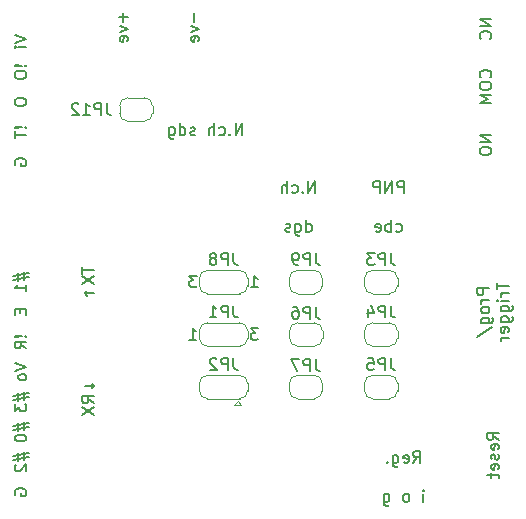
<source format=gbo>
G04 #@! TF.GenerationSoftware,KiCad,Pcbnew,(5.1.6-0-10_14)*
G04 #@! TF.CreationDate,2021-04-24T23:59:31+01:00*
G04 #@! TF.ProjectId,WiFive55,57694669-7665-4353-952e-6b696361645f,0.13*
G04 #@! TF.SameCoordinates,Original*
G04 #@! TF.FileFunction,Legend,Bot*
G04 #@! TF.FilePolarity,Positive*
%FSLAX46Y46*%
G04 Gerber Fmt 4.6, Leading zero omitted, Abs format (unit mm)*
G04 Created by KiCad (PCBNEW (5.1.6-0-10_14)) date 2021-04-24 23:59:31*
%MOMM*%
%LPD*%
G01*
G04 APERTURE LIST*
%ADD10C,0.150000*%
%ADD11C,0.120000*%
G04 APERTURE END LIST*
D10*
X120334018Y-63764420D02*
X120334018Y-62764420D01*
X119762589Y-63764420D01*
X119762589Y-62764420D01*
X119286399Y-63669182D02*
X119238780Y-63716801D01*
X119286399Y-63764420D01*
X119334018Y-63716801D01*
X119286399Y-63669182D01*
X119286399Y-63764420D01*
X118381637Y-63716801D02*
X118476875Y-63764420D01*
X118667351Y-63764420D01*
X118762589Y-63716801D01*
X118810208Y-63669182D01*
X118857827Y-63573944D01*
X118857827Y-63288230D01*
X118810208Y-63192992D01*
X118762589Y-63145373D01*
X118667351Y-63097754D01*
X118476875Y-63097754D01*
X118381637Y-63145373D01*
X117953065Y-63764420D02*
X117953065Y-62764420D01*
X117524494Y-63764420D02*
X117524494Y-63240611D01*
X117572113Y-63145373D01*
X117667351Y-63097754D01*
X117810208Y-63097754D01*
X117905446Y-63145373D01*
X117953065Y-63192992D01*
X116334018Y-63716801D02*
X116238780Y-63764420D01*
X116048303Y-63764420D01*
X115953065Y-63716801D01*
X115905446Y-63621563D01*
X115905446Y-63573944D01*
X115953065Y-63478706D01*
X116048303Y-63431087D01*
X116191160Y-63431087D01*
X116286399Y-63383468D01*
X116334018Y-63288230D01*
X116334018Y-63240611D01*
X116286399Y-63145373D01*
X116191160Y-63097754D01*
X116048303Y-63097754D01*
X115953065Y-63145373D01*
X115048303Y-63764420D02*
X115048303Y-62764420D01*
X115048303Y-63716801D02*
X115143541Y-63764420D01*
X115334018Y-63764420D01*
X115429256Y-63716801D01*
X115476875Y-63669182D01*
X115524494Y-63573944D01*
X115524494Y-63288230D01*
X115476875Y-63192992D01*
X115429256Y-63145373D01*
X115334018Y-63097754D01*
X115143541Y-63097754D01*
X115048303Y-63145373D01*
X114143541Y-63097754D02*
X114143541Y-63907278D01*
X114191160Y-64002516D01*
X114238780Y-64050135D01*
X114334018Y-64097754D01*
X114476875Y-64097754D01*
X114572113Y-64050135D01*
X114143541Y-63716801D02*
X114238780Y-63764420D01*
X114429256Y-63764420D01*
X114524494Y-63716801D01*
X114572113Y-63669182D01*
X114619732Y-63573944D01*
X114619732Y-63288230D01*
X114572113Y-63192992D01*
X114524494Y-63145373D01*
X114429256Y-63097754D01*
X114238780Y-63097754D01*
X114143541Y-63145373D01*
X134794523Y-91512380D02*
X135127857Y-91036190D01*
X135365952Y-91512380D02*
X135365952Y-90512380D01*
X134985000Y-90512380D01*
X134889761Y-90560000D01*
X134842142Y-90607619D01*
X134794523Y-90702857D01*
X134794523Y-90845714D01*
X134842142Y-90940952D01*
X134889761Y-90988571D01*
X134985000Y-91036190D01*
X135365952Y-91036190D01*
X133985000Y-91464761D02*
X134080238Y-91512380D01*
X134270714Y-91512380D01*
X134365952Y-91464761D01*
X134413571Y-91369523D01*
X134413571Y-90988571D01*
X134365952Y-90893333D01*
X134270714Y-90845714D01*
X134080238Y-90845714D01*
X133985000Y-90893333D01*
X133937380Y-90988571D01*
X133937380Y-91083809D01*
X134413571Y-91179047D01*
X133080238Y-90845714D02*
X133080238Y-91655238D01*
X133127857Y-91750476D01*
X133175476Y-91798095D01*
X133270714Y-91845714D01*
X133413571Y-91845714D01*
X133508809Y-91798095D01*
X133080238Y-91464761D02*
X133175476Y-91512380D01*
X133365952Y-91512380D01*
X133461190Y-91464761D01*
X133508809Y-91417142D01*
X133556428Y-91321904D01*
X133556428Y-91036190D01*
X133508809Y-90940952D01*
X133461190Y-90893333D01*
X133365952Y-90845714D01*
X133175476Y-90845714D01*
X133080238Y-90893333D01*
X132604047Y-91417142D02*
X132556428Y-91464761D01*
X132604047Y-91512380D01*
X132651666Y-91464761D01*
X132604047Y-91417142D01*
X132604047Y-91512380D01*
X135651666Y-94812380D02*
X135651666Y-94145714D01*
X135651666Y-93812380D02*
X135699285Y-93860000D01*
X135651666Y-93907619D01*
X135604047Y-93860000D01*
X135651666Y-93812380D01*
X135651666Y-93907619D01*
X134270714Y-94812380D02*
X134365952Y-94764761D01*
X134413571Y-94717142D01*
X134461190Y-94621904D01*
X134461190Y-94336190D01*
X134413571Y-94240952D01*
X134365952Y-94193333D01*
X134270714Y-94145714D01*
X134127857Y-94145714D01*
X134032619Y-94193333D01*
X133985000Y-94240952D01*
X133937380Y-94336190D01*
X133937380Y-94621904D01*
X133985000Y-94717142D01*
X134032619Y-94764761D01*
X134127857Y-94812380D01*
X134270714Y-94812380D01*
X132318333Y-94145714D02*
X132318333Y-94955238D01*
X132365952Y-95050476D01*
X132413571Y-95098095D01*
X132508809Y-95145714D01*
X132651666Y-95145714D01*
X132746904Y-95098095D01*
X132318333Y-94764761D02*
X132413571Y-94812380D01*
X132604047Y-94812380D01*
X132699285Y-94764761D01*
X132746904Y-94717142D01*
X132794523Y-94621904D01*
X132794523Y-94336190D01*
X132746904Y-94240952D01*
X132699285Y-94193333D01*
X132604047Y-94145714D01*
X132413571Y-94145714D01*
X132318333Y-94193333D01*
X116276428Y-53419523D02*
X116276428Y-54181428D01*
X115990714Y-54562380D02*
X116657380Y-54800476D01*
X115990714Y-55038571D01*
X116609761Y-55800476D02*
X116657380Y-55705238D01*
X116657380Y-55514761D01*
X116609761Y-55419523D01*
X116514523Y-55371904D01*
X116133571Y-55371904D01*
X116038333Y-55419523D01*
X115990714Y-55514761D01*
X115990714Y-55705238D01*
X116038333Y-55800476D01*
X116133571Y-55848095D01*
X116228809Y-55848095D01*
X116324047Y-55371904D01*
X110261428Y-53419523D02*
X110261428Y-54181428D01*
X110642380Y-53800476D02*
X109880476Y-53800476D01*
X109975714Y-54562380D02*
X110642380Y-54800476D01*
X109975714Y-55038571D01*
X110594761Y-55800476D02*
X110642380Y-55705238D01*
X110642380Y-55514761D01*
X110594761Y-55419523D01*
X110499523Y-55371904D01*
X110118571Y-55371904D01*
X110023333Y-55419523D01*
X109975714Y-55514761D01*
X109975714Y-55705238D01*
X110023333Y-55800476D01*
X110118571Y-55848095D01*
X110213809Y-55848095D01*
X110309047Y-55371904D01*
X126499761Y-68652380D02*
X126499761Y-67652380D01*
X125928333Y-68652380D01*
X125928333Y-67652380D01*
X125452142Y-68557142D02*
X125404523Y-68604761D01*
X125452142Y-68652380D01*
X125499761Y-68604761D01*
X125452142Y-68557142D01*
X125452142Y-68652380D01*
X124547380Y-68604761D02*
X124642619Y-68652380D01*
X124833095Y-68652380D01*
X124928333Y-68604761D01*
X124975952Y-68557142D01*
X125023571Y-68461904D01*
X125023571Y-68176190D01*
X124975952Y-68080952D01*
X124928333Y-68033333D01*
X124833095Y-67985714D01*
X124642619Y-67985714D01*
X124547380Y-68033333D01*
X124118809Y-68652380D02*
X124118809Y-67652380D01*
X123690238Y-68652380D02*
X123690238Y-68128571D01*
X123737857Y-68033333D01*
X123833095Y-67985714D01*
X123975952Y-67985714D01*
X124071190Y-68033333D01*
X124118809Y-68080952D01*
X125737857Y-71952380D02*
X125737857Y-70952380D01*
X125737857Y-71904761D02*
X125833095Y-71952380D01*
X126023571Y-71952380D01*
X126118809Y-71904761D01*
X126166428Y-71857142D01*
X126214047Y-71761904D01*
X126214047Y-71476190D01*
X126166428Y-71380952D01*
X126118809Y-71333333D01*
X126023571Y-71285714D01*
X125833095Y-71285714D01*
X125737857Y-71333333D01*
X124833095Y-71285714D02*
X124833095Y-72095238D01*
X124880714Y-72190476D01*
X124928333Y-72238095D01*
X125023571Y-72285714D01*
X125166428Y-72285714D01*
X125261666Y-72238095D01*
X124833095Y-71904761D02*
X124928333Y-71952380D01*
X125118809Y-71952380D01*
X125214047Y-71904761D01*
X125261666Y-71857142D01*
X125309285Y-71761904D01*
X125309285Y-71476190D01*
X125261666Y-71380952D01*
X125214047Y-71333333D01*
X125118809Y-71285714D01*
X124928333Y-71285714D01*
X124833095Y-71333333D01*
X124404523Y-71904761D02*
X124309285Y-71952380D01*
X124118809Y-71952380D01*
X124023571Y-71904761D01*
X123975952Y-71809523D01*
X123975952Y-71761904D01*
X124023571Y-71666666D01*
X124118809Y-71619047D01*
X124261666Y-71619047D01*
X124356904Y-71571428D01*
X124404523Y-71476190D01*
X124404523Y-71428571D01*
X124356904Y-71333333D01*
X124261666Y-71285714D01*
X124118809Y-71285714D01*
X124023571Y-71333333D01*
X134000714Y-68652380D02*
X134000714Y-67652380D01*
X133619761Y-67652380D01*
X133524523Y-67700000D01*
X133476904Y-67747619D01*
X133429285Y-67842857D01*
X133429285Y-67985714D01*
X133476904Y-68080952D01*
X133524523Y-68128571D01*
X133619761Y-68176190D01*
X134000714Y-68176190D01*
X133000714Y-68652380D02*
X133000714Y-67652380D01*
X132429285Y-68652380D01*
X132429285Y-67652380D01*
X131953095Y-68652380D02*
X131953095Y-67652380D01*
X131572142Y-67652380D01*
X131476904Y-67700000D01*
X131429285Y-67747619D01*
X131381666Y-67842857D01*
X131381666Y-67985714D01*
X131429285Y-68080952D01*
X131476904Y-68128571D01*
X131572142Y-68176190D01*
X131953095Y-68176190D01*
X133357857Y-71904761D02*
X133453095Y-71952380D01*
X133643571Y-71952380D01*
X133738809Y-71904761D01*
X133786428Y-71857142D01*
X133834047Y-71761904D01*
X133834047Y-71476190D01*
X133786428Y-71380952D01*
X133738809Y-71333333D01*
X133643571Y-71285714D01*
X133453095Y-71285714D01*
X133357857Y-71333333D01*
X132929285Y-71952380D02*
X132929285Y-70952380D01*
X132929285Y-71333333D02*
X132834047Y-71285714D01*
X132643571Y-71285714D01*
X132548333Y-71333333D01*
X132500714Y-71380952D01*
X132453095Y-71476190D01*
X132453095Y-71761904D01*
X132500714Y-71857142D01*
X132548333Y-71904761D01*
X132643571Y-71952380D01*
X132834047Y-71952380D01*
X132929285Y-71904761D01*
X131643571Y-71904761D02*
X131738809Y-71952380D01*
X131929285Y-71952380D01*
X132024523Y-71904761D01*
X132072142Y-71809523D01*
X132072142Y-71428571D01*
X132024523Y-71333333D01*
X131929285Y-71285714D01*
X131738809Y-71285714D01*
X131643571Y-71333333D01*
X131595952Y-71428571D01*
X131595952Y-71523809D01*
X132072142Y-71619047D01*
X106767380Y-74919047D02*
X106767380Y-75490476D01*
X107767380Y-75204761D02*
X106767380Y-75204761D01*
X106767380Y-75728571D02*
X107767380Y-76395238D01*
X106767380Y-76395238D02*
X107767380Y-75728571D01*
X107767380Y-77157142D02*
X107005476Y-77157142D01*
X107195952Y-76966666D02*
X107005476Y-77157142D01*
X107195952Y-77347619D01*
X107005476Y-85023809D02*
X107767380Y-85023809D01*
X107576904Y-85214285D02*
X107767380Y-85023809D01*
X107576904Y-84833333D01*
X107767380Y-86452380D02*
X107291190Y-86119047D01*
X107767380Y-85880952D02*
X106767380Y-85880952D01*
X106767380Y-86261904D01*
X106815000Y-86357142D01*
X106862619Y-86404761D01*
X106957857Y-86452380D01*
X107100714Y-86452380D01*
X107195952Y-86404761D01*
X107243571Y-86357142D01*
X107291190Y-86261904D01*
X107291190Y-85880952D01*
X106767380Y-86785714D02*
X107767380Y-87452380D01*
X106767380Y-87452380D02*
X107767380Y-86785714D01*
X101052380Y-55308571D02*
X102052380Y-55641904D01*
X101052380Y-55975238D01*
X102052380Y-56308571D02*
X101385714Y-56308571D01*
X101052380Y-56308571D02*
X101100000Y-56260952D01*
X101147619Y-56308571D01*
X101100000Y-56356190D01*
X101052380Y-56308571D01*
X101147619Y-56308571D01*
X101957142Y-57896190D02*
X102004761Y-57943809D01*
X102052380Y-57896190D01*
X102004761Y-57848571D01*
X101957142Y-57896190D01*
X102052380Y-57896190D01*
X101671428Y-57896190D02*
X101100000Y-57848571D01*
X101052380Y-57896190D01*
X101100000Y-57943809D01*
X101671428Y-57896190D01*
X101052380Y-57896190D01*
X101052380Y-58562857D02*
X101052380Y-58753333D01*
X101100000Y-58848571D01*
X101195238Y-58943809D01*
X101385714Y-58991428D01*
X101719047Y-58991428D01*
X101909523Y-58943809D01*
X102004761Y-58848571D01*
X102052380Y-58753333D01*
X102052380Y-58562857D01*
X102004761Y-58467619D01*
X101909523Y-58372380D01*
X101719047Y-58324761D01*
X101385714Y-58324761D01*
X101195238Y-58372380D01*
X101100000Y-58467619D01*
X101052380Y-58562857D01*
X101052380Y-60864761D02*
X101052380Y-61055238D01*
X101100000Y-61150476D01*
X101195238Y-61245714D01*
X101385714Y-61293333D01*
X101719047Y-61293333D01*
X101909523Y-61245714D01*
X102004761Y-61150476D01*
X102052380Y-61055238D01*
X102052380Y-60864761D01*
X102004761Y-60769523D01*
X101909523Y-60674285D01*
X101719047Y-60626666D01*
X101385714Y-60626666D01*
X101195238Y-60674285D01*
X101100000Y-60769523D01*
X101052380Y-60864761D01*
X101957142Y-63119047D02*
X102004761Y-63166666D01*
X102052380Y-63119047D01*
X102004761Y-63071428D01*
X101957142Y-63119047D01*
X102052380Y-63119047D01*
X101671428Y-63119047D02*
X101100000Y-63071428D01*
X101052380Y-63119047D01*
X101100000Y-63166666D01*
X101671428Y-63119047D01*
X101052380Y-63119047D01*
X101052380Y-63452380D02*
X101052380Y-64023809D01*
X102052380Y-63738095D02*
X101052380Y-63738095D01*
X101100000Y-66301904D02*
X101052380Y-66206666D01*
X101052380Y-66063809D01*
X101100000Y-65920952D01*
X101195238Y-65825714D01*
X101290476Y-65778095D01*
X101480952Y-65730476D01*
X101623809Y-65730476D01*
X101814285Y-65778095D01*
X101909523Y-65825714D01*
X102004761Y-65920952D01*
X102052380Y-66063809D01*
X102052380Y-66159047D01*
X102004761Y-66301904D01*
X101957142Y-66349523D01*
X101623809Y-66349523D01*
X101623809Y-66159047D01*
X101385714Y-75414285D02*
X101385714Y-76128571D01*
X100957142Y-75700000D02*
X102242857Y-75414285D01*
X101814285Y-76033333D02*
X101814285Y-75319047D01*
X102242857Y-75747619D02*
X100957142Y-76033333D01*
X102052380Y-76985714D02*
X102052380Y-76414285D01*
X102052380Y-76700000D02*
X101052380Y-76700000D01*
X101195238Y-76604761D01*
X101290476Y-76509523D01*
X101338095Y-76414285D01*
X101528571Y-78525714D02*
X101528571Y-78859047D01*
X102052380Y-79001904D02*
X102052380Y-78525714D01*
X101052380Y-78525714D01*
X101052380Y-79001904D01*
X101957142Y-80780000D02*
X102004761Y-80827619D01*
X102052380Y-80780000D01*
X102004761Y-80732380D01*
X101957142Y-80780000D01*
X102052380Y-80780000D01*
X101671428Y-80780000D02*
X101100000Y-80732380D01*
X101052380Y-80780000D01*
X101100000Y-80827619D01*
X101671428Y-80780000D01*
X101052380Y-80780000D01*
X102052380Y-81827619D02*
X101576190Y-81494285D01*
X102052380Y-81256190D02*
X101052380Y-81256190D01*
X101052380Y-81637142D01*
X101100000Y-81732380D01*
X101147619Y-81780000D01*
X101242857Y-81827619D01*
X101385714Y-81827619D01*
X101480952Y-81780000D01*
X101528571Y-81732380D01*
X101576190Y-81637142D01*
X101576190Y-81256190D01*
X101052380Y-83034285D02*
X102052380Y-83367619D01*
X101052380Y-83700952D01*
X102052380Y-84177142D02*
X102004761Y-84081904D01*
X101957142Y-84034285D01*
X101861904Y-83986666D01*
X101576190Y-83986666D01*
X101480952Y-84034285D01*
X101433333Y-84081904D01*
X101385714Y-84177142D01*
X101385714Y-84320000D01*
X101433333Y-84415238D01*
X101480952Y-84462857D01*
X101576190Y-84510476D01*
X101861904Y-84510476D01*
X101957142Y-84462857D01*
X102004761Y-84415238D01*
X102052380Y-84320000D01*
X102052380Y-84177142D01*
X101385714Y-85574285D02*
X101385714Y-86288571D01*
X100957142Y-85860000D02*
X102242857Y-85574285D01*
X101814285Y-86193333D02*
X101814285Y-85479047D01*
X102242857Y-85907619D02*
X100957142Y-86193333D01*
X101052380Y-86526666D02*
X101052380Y-87145714D01*
X101433333Y-86812380D01*
X101433333Y-86955238D01*
X101480952Y-87050476D01*
X101528571Y-87098095D01*
X101623809Y-87145714D01*
X101861904Y-87145714D01*
X101957142Y-87098095D01*
X102004761Y-87050476D01*
X102052380Y-86955238D01*
X102052380Y-86669523D01*
X102004761Y-86574285D01*
X101957142Y-86526666D01*
X101385714Y-88114285D02*
X101385714Y-88828571D01*
X100957142Y-88400000D02*
X102242857Y-88114285D01*
X101814285Y-88733333D02*
X101814285Y-88019047D01*
X102242857Y-88447619D02*
X100957142Y-88733333D01*
X101052380Y-89352380D02*
X101052380Y-89447619D01*
X101100000Y-89542857D01*
X101147619Y-89590476D01*
X101242857Y-89638095D01*
X101433333Y-89685714D01*
X101671428Y-89685714D01*
X101861904Y-89638095D01*
X101957142Y-89590476D01*
X102004761Y-89542857D01*
X102052380Y-89447619D01*
X102052380Y-89352380D01*
X102004761Y-89257142D01*
X101957142Y-89209523D01*
X101861904Y-89161904D01*
X101671428Y-89114285D01*
X101433333Y-89114285D01*
X101242857Y-89161904D01*
X101147619Y-89209523D01*
X101100000Y-89257142D01*
X101052380Y-89352380D01*
X101385714Y-90654285D02*
X101385714Y-91368571D01*
X100957142Y-90940000D02*
X102242857Y-90654285D01*
X101814285Y-91273333D02*
X101814285Y-90559047D01*
X102242857Y-90987619D02*
X100957142Y-91273333D01*
X101147619Y-91654285D02*
X101100000Y-91701904D01*
X101052380Y-91797142D01*
X101052380Y-92035238D01*
X101100000Y-92130476D01*
X101147619Y-92178095D01*
X101242857Y-92225714D01*
X101338095Y-92225714D01*
X101480952Y-92178095D01*
X102052380Y-91606666D01*
X102052380Y-92225714D01*
X101100000Y-94241904D02*
X101052380Y-94146666D01*
X101052380Y-94003809D01*
X101100000Y-93860952D01*
X101195238Y-93765714D01*
X101290476Y-93718095D01*
X101480952Y-93670476D01*
X101623809Y-93670476D01*
X101814285Y-93718095D01*
X101909523Y-93765714D01*
X102004761Y-93860952D01*
X102052380Y-94003809D01*
X102052380Y-94099047D01*
X102004761Y-94241904D01*
X101957142Y-94289523D01*
X101623809Y-94289523D01*
X101623809Y-94099047D01*
X141232380Y-76740000D02*
X140232380Y-76740000D01*
X140232380Y-77120952D01*
X140280000Y-77216190D01*
X140327619Y-77263809D01*
X140422857Y-77311428D01*
X140565714Y-77311428D01*
X140660952Y-77263809D01*
X140708571Y-77216190D01*
X140756190Y-77120952D01*
X140756190Y-76740000D01*
X141232380Y-77740000D02*
X140565714Y-77740000D01*
X140756190Y-77740000D02*
X140660952Y-77787619D01*
X140613333Y-77835238D01*
X140565714Y-77930476D01*
X140565714Y-78025714D01*
X141232380Y-78501904D02*
X141184761Y-78406666D01*
X141137142Y-78359047D01*
X141041904Y-78311428D01*
X140756190Y-78311428D01*
X140660952Y-78359047D01*
X140613333Y-78406666D01*
X140565714Y-78501904D01*
X140565714Y-78644761D01*
X140613333Y-78740000D01*
X140660952Y-78787619D01*
X140756190Y-78835238D01*
X141041904Y-78835238D01*
X141137142Y-78787619D01*
X141184761Y-78740000D01*
X141232380Y-78644761D01*
X141232380Y-78501904D01*
X140565714Y-79692380D02*
X141375238Y-79692380D01*
X141470476Y-79644761D01*
X141518095Y-79597142D01*
X141565714Y-79501904D01*
X141565714Y-79359047D01*
X141518095Y-79263809D01*
X141184761Y-79692380D02*
X141232380Y-79597142D01*
X141232380Y-79406666D01*
X141184761Y-79311428D01*
X141137142Y-79263809D01*
X141041904Y-79216190D01*
X140756190Y-79216190D01*
X140660952Y-79263809D01*
X140613333Y-79311428D01*
X140565714Y-79406666D01*
X140565714Y-79597142D01*
X140613333Y-79692380D01*
X140184761Y-80882857D02*
X141470476Y-80025714D01*
X141882380Y-76263809D02*
X141882380Y-76835238D01*
X142882380Y-76549523D02*
X141882380Y-76549523D01*
X142882380Y-77168571D02*
X142215714Y-77168571D01*
X142406190Y-77168571D02*
X142310952Y-77216190D01*
X142263333Y-77263809D01*
X142215714Y-77359047D01*
X142215714Y-77454285D01*
X142882380Y-77787619D02*
X142215714Y-77787619D01*
X141882380Y-77787619D02*
X141930000Y-77740000D01*
X141977619Y-77787619D01*
X141930000Y-77835238D01*
X141882380Y-77787619D01*
X141977619Y-77787619D01*
X142215714Y-78692380D02*
X143025238Y-78692380D01*
X143120476Y-78644761D01*
X143168095Y-78597142D01*
X143215714Y-78501904D01*
X143215714Y-78359047D01*
X143168095Y-78263809D01*
X142834761Y-78692380D02*
X142882380Y-78597142D01*
X142882380Y-78406666D01*
X142834761Y-78311428D01*
X142787142Y-78263809D01*
X142691904Y-78216190D01*
X142406190Y-78216190D01*
X142310952Y-78263809D01*
X142263333Y-78311428D01*
X142215714Y-78406666D01*
X142215714Y-78597142D01*
X142263333Y-78692380D01*
X142215714Y-79597142D02*
X143025238Y-79597142D01*
X143120476Y-79549523D01*
X143168095Y-79501904D01*
X143215714Y-79406666D01*
X143215714Y-79263809D01*
X143168095Y-79168571D01*
X142834761Y-79597142D02*
X142882380Y-79501904D01*
X142882380Y-79311428D01*
X142834761Y-79216190D01*
X142787142Y-79168571D01*
X142691904Y-79120952D01*
X142406190Y-79120952D01*
X142310952Y-79168571D01*
X142263333Y-79216190D01*
X142215714Y-79311428D01*
X142215714Y-79501904D01*
X142263333Y-79597142D01*
X142834761Y-80454285D02*
X142882380Y-80359047D01*
X142882380Y-80168571D01*
X142834761Y-80073333D01*
X142739523Y-80025714D01*
X142358571Y-80025714D01*
X142263333Y-80073333D01*
X142215714Y-80168571D01*
X142215714Y-80359047D01*
X142263333Y-80454285D01*
X142358571Y-80501904D01*
X142453809Y-80501904D01*
X142549047Y-80025714D01*
X142882380Y-80930476D02*
X142215714Y-80930476D01*
X142406190Y-80930476D02*
X142310952Y-80978095D01*
X142263333Y-81025714D01*
X142215714Y-81120952D01*
X142215714Y-81216190D01*
X142057380Y-89566904D02*
X141581190Y-89233571D01*
X142057380Y-88995476D02*
X141057380Y-88995476D01*
X141057380Y-89376428D01*
X141105000Y-89471666D01*
X141152619Y-89519285D01*
X141247857Y-89566904D01*
X141390714Y-89566904D01*
X141485952Y-89519285D01*
X141533571Y-89471666D01*
X141581190Y-89376428D01*
X141581190Y-88995476D01*
X142009761Y-90376428D02*
X142057380Y-90281190D01*
X142057380Y-90090714D01*
X142009761Y-89995476D01*
X141914523Y-89947857D01*
X141533571Y-89947857D01*
X141438333Y-89995476D01*
X141390714Y-90090714D01*
X141390714Y-90281190D01*
X141438333Y-90376428D01*
X141533571Y-90424047D01*
X141628809Y-90424047D01*
X141724047Y-89947857D01*
X142009761Y-90805000D02*
X142057380Y-90900238D01*
X142057380Y-91090714D01*
X142009761Y-91185952D01*
X141914523Y-91233571D01*
X141866904Y-91233571D01*
X141771666Y-91185952D01*
X141724047Y-91090714D01*
X141724047Y-90947857D01*
X141676428Y-90852619D01*
X141581190Y-90805000D01*
X141533571Y-90805000D01*
X141438333Y-90852619D01*
X141390714Y-90947857D01*
X141390714Y-91090714D01*
X141438333Y-91185952D01*
X142009761Y-92043095D02*
X142057380Y-91947857D01*
X142057380Y-91757380D01*
X142009761Y-91662142D01*
X141914523Y-91614523D01*
X141533571Y-91614523D01*
X141438333Y-91662142D01*
X141390714Y-91757380D01*
X141390714Y-91947857D01*
X141438333Y-92043095D01*
X141533571Y-92090714D01*
X141628809Y-92090714D01*
X141724047Y-91614523D01*
X141390714Y-92376428D02*
X141390714Y-92757380D01*
X141057380Y-92519285D02*
X141914523Y-92519285D01*
X142009761Y-92566904D01*
X142057380Y-92662142D01*
X142057380Y-92757380D01*
X141422380Y-53975714D02*
X140422380Y-53975714D01*
X141422380Y-54547142D01*
X140422380Y-54547142D01*
X141327142Y-55594761D02*
X141374761Y-55547142D01*
X141422380Y-55404285D01*
X141422380Y-55309047D01*
X141374761Y-55166190D01*
X141279523Y-55070952D01*
X141184285Y-55023333D01*
X140993809Y-54975714D01*
X140850952Y-54975714D01*
X140660476Y-55023333D01*
X140565238Y-55070952D01*
X140470000Y-55166190D01*
X140422380Y-55309047D01*
X140422380Y-55404285D01*
X140470000Y-55547142D01*
X140517619Y-55594761D01*
X141327142Y-58880476D02*
X141374761Y-58832857D01*
X141422380Y-58690000D01*
X141422380Y-58594761D01*
X141374761Y-58451904D01*
X141279523Y-58356666D01*
X141184285Y-58309047D01*
X140993809Y-58261428D01*
X140850952Y-58261428D01*
X140660476Y-58309047D01*
X140565238Y-58356666D01*
X140470000Y-58451904D01*
X140422380Y-58594761D01*
X140422380Y-58690000D01*
X140470000Y-58832857D01*
X140517619Y-58880476D01*
X140422380Y-59499523D02*
X140422380Y-59690000D01*
X140470000Y-59785238D01*
X140565238Y-59880476D01*
X140755714Y-59928095D01*
X141089047Y-59928095D01*
X141279523Y-59880476D01*
X141374761Y-59785238D01*
X141422380Y-59690000D01*
X141422380Y-59499523D01*
X141374761Y-59404285D01*
X141279523Y-59309047D01*
X141089047Y-59261428D01*
X140755714Y-59261428D01*
X140565238Y-59309047D01*
X140470000Y-59404285D01*
X140422380Y-59499523D01*
X141422380Y-60356666D02*
X140422380Y-60356666D01*
X141136666Y-60690000D01*
X140422380Y-61023333D01*
X141422380Y-61023333D01*
X141422380Y-63785238D02*
X140422380Y-63785238D01*
X141422380Y-64356666D01*
X140422380Y-64356666D01*
X140422380Y-65023333D02*
X140422380Y-65213809D01*
X140470000Y-65309047D01*
X140565238Y-65404285D01*
X140755714Y-65451904D01*
X141089047Y-65451904D01*
X141279523Y-65404285D01*
X141374761Y-65309047D01*
X141422380Y-65213809D01*
X141422380Y-65023333D01*
X141374761Y-64928095D01*
X141279523Y-64832857D01*
X141089047Y-64785238D01*
X140755714Y-64785238D01*
X140565238Y-64832857D01*
X140470000Y-64928095D01*
X140422380Y-65023333D01*
D11*
X112040000Y-60595000D02*
X110640000Y-60595000D01*
X109940000Y-61295000D02*
X109940000Y-61895000D01*
X110640000Y-62595000D02*
X112040000Y-62595000D01*
X112740000Y-61895000D02*
X112740000Y-61295000D01*
X112740000Y-61295000D02*
G75*
G03*
X112040000Y-60595000I-700000J0D01*
G01*
X112040000Y-62595000D02*
G75*
G03*
X112740000Y-61895000I0J700000D01*
G01*
X109940000Y-61895000D02*
G75*
G03*
X110640000Y-62595000I700000J0D01*
G01*
X110640000Y-60595000D02*
G75*
G03*
X109940000Y-61295000I0J-700000D01*
G01*
X124315000Y-75900000D02*
X124315000Y-76500000D01*
X126415000Y-75200000D02*
X125015000Y-75200000D01*
X127115000Y-76500000D02*
X127115000Y-75900000D01*
X125015000Y-77200000D02*
X126415000Y-77200000D01*
X124315000Y-76500000D02*
G75*
G03*
X125015000Y-77200000I700000J0D01*
G01*
X125015000Y-75200000D02*
G75*
G03*
X124315000Y-75900000I0J-700000D01*
G01*
X127115000Y-75900000D02*
G75*
G03*
X126415000Y-75200000I-700000J0D01*
G01*
X126415000Y-77200000D02*
G75*
G03*
X127115000Y-76500000I0J700000D01*
G01*
X127115000Y-85390000D02*
X127115000Y-84790000D01*
X125015000Y-86090000D02*
X126415000Y-86090000D01*
X124315000Y-84790000D02*
X124315000Y-85390000D01*
X126415000Y-84090000D02*
X125015000Y-84090000D01*
X127115000Y-84790000D02*
G75*
G03*
X126415000Y-84090000I-700000J0D01*
G01*
X126415000Y-86090000D02*
G75*
G03*
X127115000Y-85390000I0J700000D01*
G01*
X124315000Y-85390000D02*
G75*
G03*
X125015000Y-86090000I700000J0D01*
G01*
X125015000Y-84090000D02*
G75*
G03*
X124315000Y-84790000I0J-700000D01*
G01*
X127130000Y-80945000D02*
X127130000Y-80345000D01*
X125030000Y-81645000D02*
X126430000Y-81645000D01*
X124330000Y-80345000D02*
X124330000Y-80945000D01*
X126430000Y-79645000D02*
X125030000Y-79645000D01*
X127130000Y-80345000D02*
G75*
G03*
X126430000Y-79645000I-700000J0D01*
G01*
X126430000Y-81645000D02*
G75*
G03*
X127130000Y-80945000I0J700000D01*
G01*
X124330000Y-80945000D02*
G75*
G03*
X125030000Y-81645000I700000J0D01*
G01*
X125030000Y-79645000D02*
G75*
G03*
X124330000Y-80345000I0J-700000D01*
G01*
X130680000Y-80345000D02*
X130680000Y-80945000D01*
X132780000Y-79645000D02*
X131380000Y-79645000D01*
X133480000Y-80945000D02*
X133480000Y-80345000D01*
X131380000Y-81645000D02*
X132780000Y-81645000D01*
X130680000Y-80945000D02*
G75*
G03*
X131380000Y-81645000I700000J0D01*
G01*
X131380000Y-79645000D02*
G75*
G03*
X130680000Y-80345000I0J-700000D01*
G01*
X133480000Y-80345000D02*
G75*
G03*
X132780000Y-79645000I-700000J0D01*
G01*
X132780000Y-81645000D02*
G75*
G03*
X133480000Y-80945000I0J700000D01*
G01*
X130680000Y-75900000D02*
X130680000Y-76500000D01*
X132780000Y-75200000D02*
X131380000Y-75200000D01*
X133480000Y-76500000D02*
X133480000Y-75900000D01*
X131380000Y-77200000D02*
X132780000Y-77200000D01*
X130680000Y-76500000D02*
G75*
G03*
X131380000Y-77200000I700000J0D01*
G01*
X131380000Y-75200000D02*
G75*
G03*
X130680000Y-75900000I0J-700000D01*
G01*
X133480000Y-75900000D02*
G75*
G03*
X132780000Y-75200000I-700000J0D01*
G01*
X132780000Y-77200000D02*
G75*
G03*
X133480000Y-76500000I0J700000D01*
G01*
X119945000Y-86290000D02*
X119645000Y-86590000D01*
X120245000Y-86590000D02*
X119645000Y-86590000D01*
X119945000Y-86290000D02*
X120245000Y-86590000D01*
X120795000Y-85390000D02*
X120795000Y-84790000D01*
X117345000Y-86090000D02*
X120145000Y-86090000D01*
X116695000Y-84790000D02*
X116695000Y-85390000D01*
X120145000Y-84090000D02*
X117345000Y-84090000D01*
X120795000Y-84790000D02*
G75*
G03*
X120095000Y-84090000I-700000J0D01*
G01*
X120095000Y-86090000D02*
G75*
G03*
X120795000Y-85390000I0J700000D01*
G01*
X116695000Y-85390000D02*
G75*
G03*
X117395000Y-86090000I700000J0D01*
G01*
X117395000Y-84090000D02*
G75*
G03*
X116695000Y-84790000I0J-700000D01*
G01*
X117345000Y-81645000D02*
X120145000Y-81645000D01*
X120795000Y-80945000D02*
X120795000Y-80345000D01*
X120145000Y-79645000D02*
X117345000Y-79645000D01*
X116695000Y-80345000D02*
X116695000Y-80945000D01*
X116695000Y-80945000D02*
G75*
G03*
X117395000Y-81645000I700000J0D01*
G01*
X117395000Y-79645000D02*
G75*
G03*
X116695000Y-80345000I0J-700000D01*
G01*
X120795000Y-80345000D02*
G75*
G03*
X120095000Y-79645000I-700000J0D01*
G01*
X120095000Y-81645000D02*
G75*
G03*
X120795000Y-80945000I0J700000D01*
G01*
X120145000Y-75200000D02*
X117345000Y-75200000D01*
X116695000Y-75900000D02*
X116695000Y-76500000D01*
X117345000Y-77200000D02*
X120145000Y-77200000D01*
X120795000Y-76500000D02*
X120795000Y-75900000D01*
X120795000Y-75900000D02*
G75*
G03*
X120095000Y-75200000I-700000J0D01*
G01*
X120095000Y-77200000D02*
G75*
G03*
X120795000Y-76500000I0J700000D01*
G01*
X116695000Y-76500000D02*
G75*
G03*
X117395000Y-77200000I700000J0D01*
G01*
X117395000Y-75200000D02*
G75*
G03*
X116695000Y-75900000I0J-700000D01*
G01*
X132780000Y-84090000D02*
X131380000Y-84090000D01*
X130680000Y-84790000D02*
X130680000Y-85390000D01*
X131380000Y-86090000D02*
X132780000Y-86090000D01*
X133480000Y-85390000D02*
X133480000Y-84790000D01*
X133480000Y-84790000D02*
G75*
G03*
X132780000Y-84090000I-700000J0D01*
G01*
X132780000Y-86090000D02*
G75*
G03*
X133480000Y-85390000I0J700000D01*
G01*
X130680000Y-85390000D02*
G75*
G03*
X131380000Y-86090000I700000J0D01*
G01*
X131380000Y-84090000D02*
G75*
G03*
X130680000Y-84790000I0J-700000D01*
G01*
D10*
X108839523Y-61047380D02*
X108839523Y-61761666D01*
X108887142Y-61904523D01*
X108982380Y-61999761D01*
X109125238Y-62047380D01*
X109220476Y-62047380D01*
X108363333Y-62047380D02*
X108363333Y-61047380D01*
X107982380Y-61047380D01*
X107887142Y-61095000D01*
X107839523Y-61142619D01*
X107791904Y-61237857D01*
X107791904Y-61380714D01*
X107839523Y-61475952D01*
X107887142Y-61523571D01*
X107982380Y-61571190D01*
X108363333Y-61571190D01*
X106839523Y-62047380D02*
X107410952Y-62047380D01*
X107125238Y-62047380D02*
X107125238Y-61047380D01*
X107220476Y-61190238D01*
X107315714Y-61285476D01*
X107410952Y-61333095D01*
X106458571Y-61142619D02*
X106410952Y-61095000D01*
X106315714Y-61047380D01*
X106077619Y-61047380D01*
X105982380Y-61095000D01*
X105934761Y-61142619D01*
X105887142Y-61237857D01*
X105887142Y-61333095D01*
X105934761Y-61475952D01*
X106506190Y-62047380D01*
X105887142Y-62047380D01*
X126563333Y-73747380D02*
X126563333Y-74461666D01*
X126610952Y-74604523D01*
X126706190Y-74699761D01*
X126849047Y-74747380D01*
X126944285Y-74747380D01*
X126087142Y-74747380D02*
X126087142Y-73747380D01*
X125706190Y-73747380D01*
X125610952Y-73795000D01*
X125563333Y-73842619D01*
X125515714Y-73937857D01*
X125515714Y-74080714D01*
X125563333Y-74175952D01*
X125610952Y-74223571D01*
X125706190Y-74271190D01*
X126087142Y-74271190D01*
X125039523Y-74747380D02*
X124849047Y-74747380D01*
X124753809Y-74699761D01*
X124706190Y-74652142D01*
X124610952Y-74509285D01*
X124563333Y-74318809D01*
X124563333Y-73937857D01*
X124610952Y-73842619D01*
X124658571Y-73795000D01*
X124753809Y-73747380D01*
X124944285Y-73747380D01*
X125039523Y-73795000D01*
X125087142Y-73842619D01*
X125134761Y-73937857D01*
X125134761Y-74175952D01*
X125087142Y-74271190D01*
X125039523Y-74318809D01*
X124944285Y-74366428D01*
X124753809Y-74366428D01*
X124658571Y-74318809D01*
X124610952Y-74271190D01*
X124563333Y-74175952D01*
X126548333Y-82742380D02*
X126548333Y-83456666D01*
X126595952Y-83599523D01*
X126691190Y-83694761D01*
X126834047Y-83742380D01*
X126929285Y-83742380D01*
X126072142Y-83742380D02*
X126072142Y-82742380D01*
X125691190Y-82742380D01*
X125595952Y-82790000D01*
X125548333Y-82837619D01*
X125500714Y-82932857D01*
X125500714Y-83075714D01*
X125548333Y-83170952D01*
X125595952Y-83218571D01*
X125691190Y-83266190D01*
X126072142Y-83266190D01*
X125167380Y-82742380D02*
X124500714Y-82742380D01*
X124929285Y-83742380D01*
X126563333Y-78297380D02*
X126563333Y-79011666D01*
X126610952Y-79154523D01*
X126706190Y-79249761D01*
X126849047Y-79297380D01*
X126944285Y-79297380D01*
X126087142Y-79297380D02*
X126087142Y-78297380D01*
X125706190Y-78297380D01*
X125610952Y-78345000D01*
X125563333Y-78392619D01*
X125515714Y-78487857D01*
X125515714Y-78630714D01*
X125563333Y-78725952D01*
X125610952Y-78773571D01*
X125706190Y-78821190D01*
X126087142Y-78821190D01*
X124658571Y-78297380D02*
X124849047Y-78297380D01*
X124944285Y-78345000D01*
X124991904Y-78392619D01*
X125087142Y-78535476D01*
X125134761Y-78725952D01*
X125134761Y-79106904D01*
X125087142Y-79202142D01*
X125039523Y-79249761D01*
X124944285Y-79297380D01*
X124753809Y-79297380D01*
X124658571Y-79249761D01*
X124610952Y-79202142D01*
X124563333Y-79106904D01*
X124563333Y-78868809D01*
X124610952Y-78773571D01*
X124658571Y-78725952D01*
X124753809Y-78678333D01*
X124944285Y-78678333D01*
X125039523Y-78725952D01*
X125087142Y-78773571D01*
X125134761Y-78868809D01*
X132913333Y-78192380D02*
X132913333Y-78906666D01*
X132960952Y-79049523D01*
X133056190Y-79144761D01*
X133199047Y-79192380D01*
X133294285Y-79192380D01*
X132437142Y-79192380D02*
X132437142Y-78192380D01*
X132056190Y-78192380D01*
X131960952Y-78240000D01*
X131913333Y-78287619D01*
X131865714Y-78382857D01*
X131865714Y-78525714D01*
X131913333Y-78620952D01*
X131960952Y-78668571D01*
X132056190Y-78716190D01*
X132437142Y-78716190D01*
X131008571Y-78525714D02*
X131008571Y-79192380D01*
X131246666Y-78144761D02*
X131484761Y-78859047D01*
X130865714Y-78859047D01*
X132913333Y-73747380D02*
X132913333Y-74461666D01*
X132960952Y-74604523D01*
X133056190Y-74699761D01*
X133199047Y-74747380D01*
X133294285Y-74747380D01*
X132437142Y-74747380D02*
X132437142Y-73747380D01*
X132056190Y-73747380D01*
X131960952Y-73795000D01*
X131913333Y-73842619D01*
X131865714Y-73937857D01*
X131865714Y-74080714D01*
X131913333Y-74175952D01*
X131960952Y-74223571D01*
X132056190Y-74271190D01*
X132437142Y-74271190D01*
X131532380Y-73747380D02*
X130913333Y-73747380D01*
X131246666Y-74128333D01*
X131103809Y-74128333D01*
X131008571Y-74175952D01*
X130960952Y-74223571D01*
X130913333Y-74318809D01*
X130913333Y-74556904D01*
X130960952Y-74652142D01*
X131008571Y-74699761D01*
X131103809Y-74747380D01*
X131389523Y-74747380D01*
X131484761Y-74699761D01*
X131532380Y-74652142D01*
X119578333Y-82637380D02*
X119578333Y-83351666D01*
X119625952Y-83494523D01*
X119721190Y-83589761D01*
X119864047Y-83637380D01*
X119959285Y-83637380D01*
X119102142Y-83637380D02*
X119102142Y-82637380D01*
X118721190Y-82637380D01*
X118625952Y-82685000D01*
X118578333Y-82732619D01*
X118530714Y-82827857D01*
X118530714Y-82970714D01*
X118578333Y-83065952D01*
X118625952Y-83113571D01*
X118721190Y-83161190D01*
X119102142Y-83161190D01*
X118149761Y-82732619D02*
X118102142Y-82685000D01*
X118006904Y-82637380D01*
X117768809Y-82637380D01*
X117673571Y-82685000D01*
X117625952Y-82732619D01*
X117578333Y-82827857D01*
X117578333Y-82923095D01*
X117625952Y-83065952D01*
X118197380Y-83637380D01*
X117578333Y-83637380D01*
X119578333Y-78192380D02*
X119578333Y-78906666D01*
X119625952Y-79049523D01*
X119721190Y-79144761D01*
X119864047Y-79192380D01*
X119959285Y-79192380D01*
X119102142Y-79192380D02*
X119102142Y-78192380D01*
X118721190Y-78192380D01*
X118625952Y-78240000D01*
X118578333Y-78287619D01*
X118530714Y-78382857D01*
X118530714Y-78525714D01*
X118578333Y-78620952D01*
X118625952Y-78668571D01*
X118721190Y-78716190D01*
X119102142Y-78716190D01*
X117578333Y-79192380D02*
X118149761Y-79192380D01*
X117864047Y-79192380D02*
X117864047Y-78192380D01*
X117959285Y-78335238D01*
X118054523Y-78430476D01*
X118149761Y-78478095D01*
X115859285Y-81097380D02*
X116430714Y-81097380D01*
X116145000Y-81097380D02*
X116145000Y-80097380D01*
X116240238Y-80240238D01*
X116335476Y-80335476D01*
X116430714Y-80383095D01*
X121678333Y-80097380D02*
X121059285Y-80097380D01*
X121392619Y-80478333D01*
X121249761Y-80478333D01*
X121154523Y-80525952D01*
X121106904Y-80573571D01*
X121059285Y-80668809D01*
X121059285Y-80906904D01*
X121106904Y-81002142D01*
X121154523Y-81049761D01*
X121249761Y-81097380D01*
X121535476Y-81097380D01*
X121630714Y-81049761D01*
X121678333Y-81002142D01*
X119578333Y-73747380D02*
X119578333Y-74461666D01*
X119625952Y-74604523D01*
X119721190Y-74699761D01*
X119864047Y-74747380D01*
X119959285Y-74747380D01*
X119102142Y-74747380D02*
X119102142Y-73747380D01*
X118721190Y-73747380D01*
X118625952Y-73795000D01*
X118578333Y-73842619D01*
X118530714Y-73937857D01*
X118530714Y-74080714D01*
X118578333Y-74175952D01*
X118625952Y-74223571D01*
X118721190Y-74271190D01*
X119102142Y-74271190D01*
X117959285Y-74175952D02*
X118054523Y-74128333D01*
X118102142Y-74080714D01*
X118149761Y-73985476D01*
X118149761Y-73937857D01*
X118102142Y-73842619D01*
X118054523Y-73795000D01*
X117959285Y-73747380D01*
X117768809Y-73747380D01*
X117673571Y-73795000D01*
X117625952Y-73842619D01*
X117578333Y-73937857D01*
X117578333Y-73985476D01*
X117625952Y-74080714D01*
X117673571Y-74128333D01*
X117768809Y-74175952D01*
X117959285Y-74175952D01*
X118054523Y-74223571D01*
X118102142Y-74271190D01*
X118149761Y-74366428D01*
X118149761Y-74556904D01*
X118102142Y-74652142D01*
X118054523Y-74699761D01*
X117959285Y-74747380D01*
X117768809Y-74747380D01*
X117673571Y-74699761D01*
X117625952Y-74652142D01*
X117578333Y-74556904D01*
X117578333Y-74366428D01*
X117625952Y-74271190D01*
X117673571Y-74223571D01*
X117768809Y-74175952D01*
X121059285Y-76652380D02*
X121630714Y-76652380D01*
X121345000Y-76652380D02*
X121345000Y-75652380D01*
X121440238Y-75795238D01*
X121535476Y-75890476D01*
X121630714Y-75938095D01*
X116478333Y-75652380D02*
X115859285Y-75652380D01*
X116192619Y-76033333D01*
X116049761Y-76033333D01*
X115954523Y-76080952D01*
X115906904Y-76128571D01*
X115859285Y-76223809D01*
X115859285Y-76461904D01*
X115906904Y-76557142D01*
X115954523Y-76604761D01*
X116049761Y-76652380D01*
X116335476Y-76652380D01*
X116430714Y-76604761D01*
X116478333Y-76557142D01*
X132913333Y-82637380D02*
X132913333Y-83351666D01*
X132960952Y-83494523D01*
X133056190Y-83589761D01*
X133199047Y-83637380D01*
X133294285Y-83637380D01*
X132437142Y-83637380D02*
X132437142Y-82637380D01*
X132056190Y-82637380D01*
X131960952Y-82685000D01*
X131913333Y-82732619D01*
X131865714Y-82827857D01*
X131865714Y-82970714D01*
X131913333Y-83065952D01*
X131960952Y-83113571D01*
X132056190Y-83161190D01*
X132437142Y-83161190D01*
X130960952Y-82637380D02*
X131437142Y-82637380D01*
X131484761Y-83113571D01*
X131437142Y-83065952D01*
X131341904Y-83018333D01*
X131103809Y-83018333D01*
X131008571Y-83065952D01*
X130960952Y-83113571D01*
X130913333Y-83208809D01*
X130913333Y-83446904D01*
X130960952Y-83542142D01*
X131008571Y-83589761D01*
X131103809Y-83637380D01*
X131341904Y-83637380D01*
X131437142Y-83589761D01*
X131484761Y-83542142D01*
M02*

</source>
